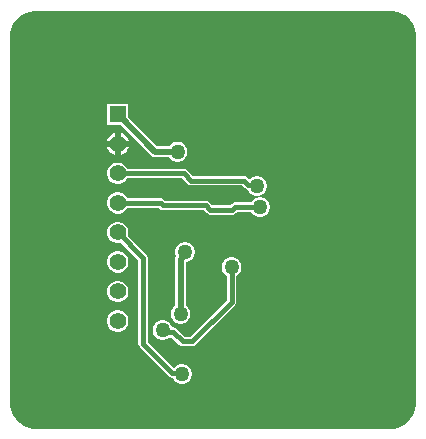
<source format=gbl>
G04*
G04 #@! TF.GenerationSoftware,Altium Limited,Altium Designer,25.8.1 (18)*
G04*
G04 Layer_Physical_Order=2*
G04 Layer_Color=16711680*
%FSLAX25Y25*%
%MOIN*%
G70*
G04*
G04 #@! TF.SameCoordinates,43C0CF26-5D00-403A-8535-6070E817F6AF*
G04*
G04*
G04 #@! TF.FilePolarity,Positive*
G04*
G01*
G75*
%ADD33C,0.05512*%
%ADD34R,0.05512X0.05512*%
%ADD37C,0.02000*%
%ADD38C,0.01500*%
%ADD39C,0.05000*%
%ADD40C,0.20000*%
G36*
X234861Y309190D02*
X236462Y308527D01*
X237902Y307564D01*
X239127Y306339D01*
X240090Y304899D01*
X240753Y303298D01*
X241091Y301599D01*
Y300732D01*
Y179000D01*
Y178134D01*
X240753Y176434D01*
X240090Y174834D01*
X239127Y173393D01*
X237902Y172168D01*
X236462Y171205D01*
X234861Y170542D01*
X233162Y170204D01*
X113634D01*
X111934Y170542D01*
X110334Y171205D01*
X108893Y172168D01*
X107668Y173393D01*
X106705Y174834D01*
X106042Y176434D01*
X105704Y178134D01*
Y179000D01*
Y300732D01*
Y301599D01*
X106042Y303298D01*
X106705Y304899D01*
X107668Y306339D01*
X108893Y307564D01*
X110334Y308527D01*
X111934Y309190D01*
X113634Y309528D01*
X233162D01*
X234861Y309190D01*
D02*
G37*
%LPC*%
G36*
X142583Y268727D02*
Y266106D01*
X145203D01*
X145083Y266556D01*
X144588Y267412D01*
X143889Y268112D01*
X143032Y268606D01*
X142583Y268727D01*
D02*
G37*
G36*
X140583D02*
X140133Y268606D01*
X139277Y268112D01*
X138577Y267412D01*
X138083Y266556D01*
X137962Y266106D01*
X140583D01*
Y268727D01*
D02*
G37*
G36*
X145203Y264106D02*
X142583D01*
Y261486D01*
X143032Y261606D01*
X143889Y262101D01*
X144588Y262800D01*
X145083Y263657D01*
X145203Y264106D01*
D02*
G37*
G36*
X140583D02*
X137962D01*
X138083Y263657D01*
X138577Y262800D01*
X139277Y262101D01*
X140133Y261606D01*
X140583Y261486D01*
Y264106D01*
D02*
G37*
G36*
X145126Y278492D02*
X138039D01*
Y271406D01*
X142549D01*
X152743Y261211D01*
X153334Y260816D01*
X154032Y260678D01*
X154032Y260678D01*
X158756D01*
X158869Y260482D01*
X159482Y259869D01*
X160231Y259437D01*
X161067Y259213D01*
X161933D01*
X162769Y259437D01*
X163519Y259869D01*
X164131Y260482D01*
X164563Y261231D01*
X164787Y262067D01*
Y262933D01*
X164563Y263769D01*
X164131Y264518D01*
X163519Y265131D01*
X162769Y265563D01*
X161933Y265787D01*
X161067D01*
X160231Y265563D01*
X159482Y265131D01*
X158869Y264518D01*
X158756Y264322D01*
X154786D01*
X145126Y273983D01*
Y278492D01*
D02*
G37*
G36*
X142049Y258807D02*
X141116D01*
X140215Y258566D01*
X139407Y258099D01*
X138747Y257439D01*
X138281Y256631D01*
X138039Y255730D01*
Y254797D01*
X138281Y253896D01*
X138747Y253088D01*
X139407Y252428D01*
X140215Y251962D01*
X141116Y251720D01*
X142049D01*
X142950Y251962D01*
X143758Y252428D01*
X144418Y253088D01*
X144769Y253696D01*
X163043D01*
X164972Y251767D01*
X165481Y251427D01*
X166081Y251308D01*
X182976D01*
X184021Y250262D01*
X184530Y249922D01*
X184629Y249903D01*
X184905Y249848D01*
X184937Y249731D01*
X185369Y248981D01*
X185982Y248369D01*
X186731Y247937D01*
X187567Y247713D01*
X188433D01*
X189269Y247937D01*
X190018Y248369D01*
X190631Y248981D01*
X191063Y249731D01*
X191287Y250567D01*
Y251433D01*
X191063Y252269D01*
X190631Y253018D01*
X190018Y253631D01*
X189269Y254063D01*
X188433Y254287D01*
X187567D01*
X186731Y254063D01*
X185982Y253631D01*
X185534Y253183D01*
X184733Y253983D01*
X184225Y254323D01*
X184125Y254343D01*
X183625Y254443D01*
X166730D01*
X164800Y256372D01*
X164292Y256712D01*
X164192Y256732D01*
X163692Y256831D01*
X144769D01*
X144418Y257439D01*
X143758Y258099D01*
X142950Y258566D01*
X142049Y258807D01*
D02*
G37*
G36*
Y248965D02*
X141116D01*
X140215Y248723D01*
X139407Y248257D01*
X138747Y247597D01*
X138281Y246789D01*
X138039Y245888D01*
Y244955D01*
X138281Y244054D01*
X138747Y243246D01*
X139407Y242586D01*
X140215Y242119D01*
X141116Y241878D01*
X142049D01*
X142950Y242119D01*
X143758Y242586D01*
X144418Y243246D01*
X144769Y243854D01*
X155272D01*
X155622Y243503D01*
X156131Y243163D01*
X156731Y243044D01*
X170187D01*
X171339Y241892D01*
X171848Y241552D01*
X171947Y241532D01*
X172448Y241432D01*
X179750D01*
X180251Y241532D01*
X180350Y241552D01*
X180859Y241892D01*
X181400Y242432D01*
X186109D01*
X186369Y241982D01*
X186981Y241369D01*
X187731Y240937D01*
X188567Y240713D01*
X189433D01*
X190269Y240937D01*
X191018Y241369D01*
X191631Y241982D01*
X192063Y242731D01*
X192287Y243567D01*
Y244433D01*
X192063Y245269D01*
X191631Y246019D01*
X191018Y246631D01*
X190269Y247063D01*
X189433Y247287D01*
X188567D01*
X187731Y247063D01*
X186981Y246631D01*
X186369Y246019D01*
X186109Y245567D01*
X180750D01*
X180150Y245448D01*
X179982Y245335D01*
X179642Y245108D01*
X179101Y244567D01*
X173097D01*
X171944Y245720D01*
X171436Y246060D01*
X171336Y246080D01*
X170836Y246179D01*
X157380D01*
X157030Y246530D01*
X156521Y246869D01*
X156422Y246889D01*
X155921Y246989D01*
X144769D01*
X144418Y247597D01*
X143758Y248257D01*
X142950Y248723D01*
X142049Y248965D01*
D02*
G37*
G36*
Y229279D02*
X141116D01*
X140215Y229038D01*
X139407Y228572D01*
X138747Y227912D01*
X138281Y227104D01*
X138039Y226203D01*
Y225270D01*
X138281Y224369D01*
X138747Y223561D01*
X139407Y222901D01*
X140215Y222434D01*
X141116Y222193D01*
X142049D01*
X142950Y222434D01*
X143758Y222901D01*
X144418Y223561D01*
X144885Y224369D01*
X145126Y225270D01*
Y226203D01*
X144885Y227104D01*
X144418Y227912D01*
X143758Y228572D01*
X142950Y229038D01*
X142049Y229279D01*
D02*
G37*
G36*
Y219437D02*
X141116D01*
X140215Y219196D01*
X139407Y218729D01*
X138747Y218069D01*
X138281Y217261D01*
X138039Y216360D01*
Y215427D01*
X138281Y214526D01*
X138747Y213718D01*
X139407Y213058D01*
X140215Y212592D01*
X141116Y212350D01*
X142049D01*
X142950Y212592D01*
X143758Y213058D01*
X144418Y213718D01*
X144885Y214526D01*
X145126Y215427D01*
Y216360D01*
X144885Y217261D01*
X144418Y218069D01*
X143758Y218729D01*
X142950Y219196D01*
X142049Y219437D01*
D02*
G37*
G36*
X164433Y232287D02*
X163567D01*
X162731Y232063D01*
X161981Y231631D01*
X161369Y231018D01*
X160937Y230269D01*
X160713Y229433D01*
Y228567D01*
X160937Y227731D01*
X160988Y227642D01*
X160816Y227386D01*
X160678Y226688D01*
X160678Y226688D01*
Y211244D01*
X160482Y211131D01*
X159869Y210519D01*
X159437Y209769D01*
X159213Y208933D01*
Y208067D01*
X159437Y207231D01*
X159869Y206482D01*
X160482Y205869D01*
X161231Y205437D01*
X162067Y205213D01*
X162933D01*
X163769Y205437D01*
X164518Y205869D01*
X165131Y206482D01*
X165563Y207231D01*
X165787Y208067D01*
Y208933D01*
X165563Y209769D01*
X165131Y210519D01*
X164518Y211131D01*
X164322Y211244D01*
Y225713D01*
X164433D01*
X165269Y225937D01*
X166018Y226369D01*
X166631Y226981D01*
X167063Y227731D01*
X167287Y228567D01*
Y229433D01*
X167063Y230269D01*
X166631Y231018D01*
X166018Y231631D01*
X165269Y232063D01*
X164433Y232287D01*
D02*
G37*
G36*
X142049Y209594D02*
X141116D01*
X140215Y209353D01*
X139407Y208887D01*
X138747Y208227D01*
X138281Y207419D01*
X138039Y206518D01*
Y205585D01*
X138281Y204683D01*
X138747Y203875D01*
X139407Y203216D01*
X140215Y202749D01*
X141116Y202508D01*
X142049D01*
X142950Y202749D01*
X143758Y203216D01*
X144418Y203875D01*
X144885Y204683D01*
X145126Y205585D01*
Y206518D01*
X144885Y207419D01*
X144418Y208227D01*
X143758Y208887D01*
X142950Y209353D01*
X142049Y209594D01*
D02*
G37*
G36*
X179933Y227287D02*
X179067D01*
X178231Y227063D01*
X177481Y226631D01*
X176869Y226019D01*
X176437Y225269D01*
X176213Y224433D01*
Y223567D01*
X176437Y222731D01*
X176869Y221982D01*
X177481Y221369D01*
X177933Y221109D01*
Y213139D01*
X165611Y200817D01*
X163878D01*
X161208Y203487D01*
X160700Y203827D01*
X160600Y203847D01*
X160100Y203946D01*
X159650D01*
X159563Y204269D01*
X159131Y205018D01*
X158519Y205631D01*
X157769Y206063D01*
X156933Y206287D01*
X156067D01*
X155231Y206063D01*
X154481Y205631D01*
X153869Y205018D01*
X153437Y204269D01*
X153213Y203433D01*
Y202567D01*
X153437Y201731D01*
X153869Y200981D01*
X154481Y200369D01*
X155231Y199937D01*
X156067Y199713D01*
X156933D01*
X157769Y199937D01*
X158519Y200369D01*
X158960Y200811D01*
X159451D01*
X162120Y198142D01*
X162629Y197802D01*
X162728Y197782D01*
X163229Y197682D01*
X166260D01*
X166761Y197782D01*
X166860Y197802D01*
X167369Y198142D01*
X180608Y211381D01*
X180948Y211890D01*
X180968Y211989D01*
X181068Y212490D01*
Y221109D01*
X181518Y221369D01*
X182131Y221982D01*
X182563Y222731D01*
X182787Y223567D01*
Y224433D01*
X182563Y225269D01*
X182131Y226019D01*
X181518Y226631D01*
X180769Y227063D01*
X179933Y227287D01*
D02*
G37*
G36*
X142049Y239122D02*
X141116D01*
X140215Y238881D01*
X139407Y238414D01*
X138747Y237754D01*
X138281Y236946D01*
X138039Y236045D01*
Y235112D01*
X138281Y234211D01*
X138747Y233403D01*
X139407Y232743D01*
X140215Y232277D01*
X141116Y232035D01*
X142049D01*
X142727Y232217D01*
X148433Y226512D01*
Y198500D01*
X148532Y198000D01*
X148552Y197900D01*
X148892Y197392D01*
X158630Y187653D01*
X159138Y187314D01*
X159738Y187194D01*
X159815D01*
X159828Y187147D01*
X160261Y186398D01*
X160873Y185786D01*
X161622Y185353D01*
X162459Y185129D01*
X163324D01*
X164160Y185353D01*
X164910Y185786D01*
X165522Y186398D01*
X165955Y187147D01*
X166179Y187983D01*
Y188849D01*
X165955Y189685D01*
X165522Y190435D01*
X164910Y191047D01*
X164160Y191480D01*
X163324Y191704D01*
X162459D01*
X161622Y191480D01*
X160873Y191047D01*
X160271Y190445D01*
X151567Y199149D01*
Y227161D01*
X151448Y227761D01*
X151108Y228270D01*
X144944Y234434D01*
X145126Y235112D01*
Y236045D01*
X144885Y236946D01*
X144418Y237754D01*
X143758Y238414D01*
X142950Y238881D01*
X142049Y239122D01*
D02*
G37*
%LPD*%
D33*
X141583Y265106D02*
D03*
Y255264D02*
D03*
Y245421D02*
D03*
Y235579D02*
D03*
Y225736D02*
D03*
Y215894D02*
D03*
Y206051D02*
D03*
D34*
Y274949D02*
D03*
D37*
X164000Y228188D02*
Y229000D01*
X162500Y208500D02*
Y226688D01*
X164000Y228188D01*
X141583Y274949D02*
X154032Y262500D01*
X161500D01*
D38*
X179750Y243000D02*
X180750Y244000D01*
X189000D01*
X172448Y243000D02*
X179750D01*
X185129Y251371D02*
X187629D01*
X188000Y251000D01*
X183625Y252875D02*
X185129Y251371D01*
X166081Y252875D02*
X183625D01*
X170836Y244612D02*
X172448Y243000D01*
X156731Y244612D02*
X170836D01*
X159738Y188762D02*
X162546D01*
X150000Y198500D02*
X159738Y188762D01*
X162546D02*
X162891Y188416D01*
X160100Y202379D02*
X163229Y199250D01*
X157121Y202379D02*
X160100D01*
X156500Y203000D02*
X157121Y202379D01*
X163229Y199250D02*
X166260D01*
X141583Y235579D02*
X150000Y227161D01*
Y198500D02*
Y227161D01*
X179500Y212490D02*
Y224000D01*
X166260Y199250D02*
X179500Y212490D01*
X155921Y245421D02*
X156731Y244612D01*
X141583Y255264D02*
X163692D01*
X166081Y252875D01*
X141583Y245421D02*
X155921D01*
D39*
X164000Y229000D02*
D03*
X157677Y239677D02*
D03*
X176500Y258000D02*
D03*
X189000Y244000D02*
D03*
X188000Y251000D02*
D03*
X189500Y224500D02*
D03*
X207850Y230009D02*
D03*
X161500Y262500D02*
D03*
X162500Y208500D02*
D03*
X156500Y203000D02*
D03*
X162891Y188416D02*
D03*
X179500Y224000D02*
D03*
D40*
X120000Y183071D02*
D03*
Y297500D02*
D03*
X227500Y183071D02*
D03*
Y297500D02*
D03*
M02*

</source>
